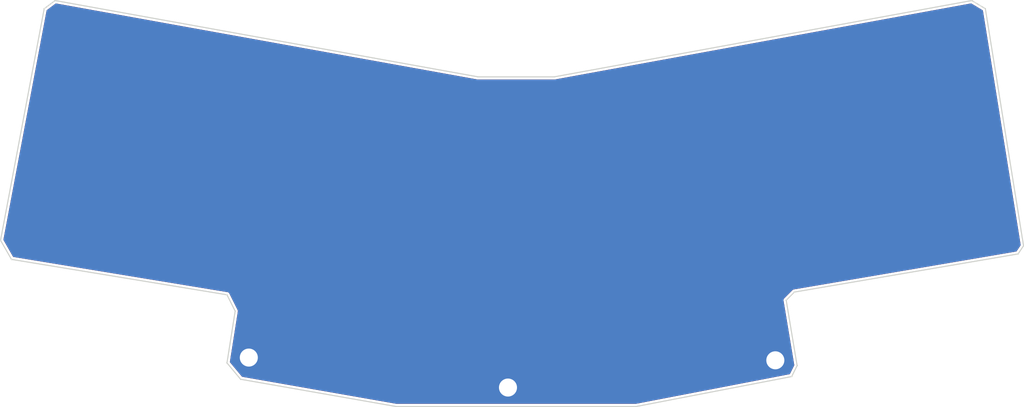
<source format=kicad_pcb>
(kicad_pcb (version 20171130) (host pcbnew 5.1.4)

  (general
    (thickness 1.6)
    (drawings 368)
    (tracks 0)
    (zones 0)
    (modules 3)
    (nets 1)
  )

  (page A4)
  (layers
    (0 F.Cu signal)
    (31 B.Cu signal)
    (32 B.Adhes user)
    (33 F.Adhes user)
    (34 B.Paste user)
    (35 F.Paste user)
    (36 B.SilkS user)
    (37 F.SilkS user)
    (38 B.Mask user)
    (39 F.Mask user)
    (40 Dwgs.User user)
    (41 Cmts.User user)
    (42 Eco1.User user)
    (43 Eco2.User user)
    (44 Edge.Cuts user)
    (45 Margin user)
    (46 B.CrtYd user)
    (47 F.CrtYd user)
    (48 B.Fab user)
    (49 F.Fab user)
  )

  (setup
    (last_trace_width 0.25)
    (trace_clearance 0.2)
    (zone_clearance 0.508)
    (zone_45_only no)
    (trace_min 0.2)
    (via_size 0.8)
    (via_drill 0.4)
    (via_min_size 0.4)
    (via_min_drill 0.3)
    (uvia_size 0.3)
    (uvia_drill 0.1)
    (uvias_allowed no)
    (uvia_min_size 0.2)
    (uvia_min_drill 0.1)
    (edge_width 0.05)
    (segment_width 0.2)
    (pcb_text_width 0.3)
    (pcb_text_size 1.5 1.5)
    (mod_edge_width 0.12)
    (mod_text_size 1 1)
    (mod_text_width 0.15)
    (pad_size 1.524 1.524)
    (pad_drill 0.762)
    (pad_to_mask_clearance 0.051)
    (solder_mask_min_width 0.25)
    (aux_axis_origin 0 0)
    (visible_elements FFFFF77F)
    (pcbplotparams
      (layerselection 0x010fc_ffffffff)
      (usegerberextensions false)
      (usegerberattributes false)
      (usegerberadvancedattributes false)
      (creategerberjobfile false)
      (excludeedgelayer true)
      (linewidth 0.100000)
      (plotframeref false)
      (viasonmask false)
      (mode 1)
      (useauxorigin false)
      (hpglpennumber 1)
      (hpglpenspeed 20)
      (hpglpendiameter 15.000000)
      (psnegative false)
      (psa4output false)
      (plotreference true)
      (plotvalue true)
      (plotinvisibletext false)
      (padsonsilk false)
      (subtractmaskfromsilk false)
      (outputformat 1)
      (mirror false)
      (drillshape 1)
      (scaleselection 1)
      (outputdirectory ""))
  )

  (net 0 "")

  (net_class Default "This is the default net class."
    (clearance 0.2)
    (trace_width 0.25)
    (via_dia 0.8)
    (via_drill 0.4)
    (uvia_dia 0.3)
    (uvia_drill 0.1)
  )

  (module kbd:M2_HOLE (layer F.Cu) (tedit 5CD83928) (tstamp 5F3BB57E)
    (at 211.455 130.81)
    (descr "Mounting Hole 2.2mm, no annular, M2")
    (tags "mounting hole 2.2mm no annular m2")
    (attr virtual)
    (fp_text reference Ref** (at -0.95 -0.55) (layer F.Fab) hide
      (effects (font (size 1 1) (thickness 0.15)))
    )
    (fp_text value Val** (at 0 0.55) (layer F.Fab) hide
      (effects (font (size 1 1) (thickness 0.15)))
    )
    (pad "" thru_hole circle (at 0 0) (size 6.5 6.5) (drill 4.2) (layers *.Cu *.Mask))
  )

  (module kbd:M2_HOLE (layer F.Cu) (tedit 5CD83928) (tstamp 5F3BB571)
    (at 149.225 137.16)
    (descr "Mounting Hole 2.2mm, no annular, M2")
    (tags "mounting hole 2.2mm no annular m2")
    (attr virtual)
    (fp_text reference Ref** (at -0.95 -0.55) (layer F.Fab) hide
      (effects (font (size 1 1) (thickness 0.15)))
    )
    (fp_text value Val** (at 0 0.55) (layer F.Fab) hide
      (effects (font (size 1 1) (thickness 0.15)))
    )
    (pad "" thru_hole circle (at 0 0) (size 6.5 6.5) (drill 4.2) (layers *.Cu *.Mask))
  )

  (module kbd:M2_HOLE (layer F.Cu) (tedit 5CD83928) (tstamp 5F3BB52C)
    (at 88.9 130.175)
    (descr "Mounting Hole 2.2mm, no annular, M2")
    (tags "mounting hole 2.2mm no annular m2")
    (attr virtual)
    (fp_text reference Ref** (at -0.95 -0.55) (layer F.Fab) hide
      (effects (font (size 1 1) (thickness 0.15)))
    )
    (fp_text value Val** (at 0 0.55) (layer F.Fab) hide
      (effects (font (size 1 1) (thickness 0.15)))
    )
    (pad "" thru_hole circle (at 0 0) (size 6.5 6.5) (drill 4.2) (layers *.Cu *.Mask))
  )

  (gr_line (start 41.2441 48.8674) (end 41.2446 48.8657) (layer Edge.Cuts) (width 0.2))
  (gr_line (start 41.2441 48.8681) (end 41.2441 48.8674) (layer Edge.Cuts) (width 0.2))
  (gr_line (start 269.258 104.1237) (end 269.257 104.1256) (layer Edge.Cuts) (width 0.2))
  (gr_line (start 267.985 106.0341) (end 267.984 106.0355) (layer Edge.Cuts) (width 0.2))
  (gr_line (start 269.255999 104.1282) (end 269.255 104.1289) (layer Edge.Cuts) (width 0.2))
  (gr_line (start 216.552 132.066) (end 216.551 132.068) (layer Edge.Cuts) (width 0.2))
  (gr_line (start 260.361 48.8524) (end 260.362 48.8532) (layer Edge.Cuts) (width 0.2))
  (gr_line (start 41.2447 48.8652) (end 41.2448 48.8645) (layer Edge.Cuts) (width 0.2))
  (gr_line (start 41.2446 48.8657) (end 41.2447 48.8652) (layer Edge.Cuts) (width 0.2))
  (gr_line (start 269.259 104.1209) (end 269.259 104.1213) (layer Edge.Cuts) (width 0.2))
  (gr_line (start 257.169 46.9409) (end 257.171 46.9411) (layer Edge.Cuts) (width 0.2))
  (gr_line (start 257.169 46.9409) (end 257.169 46.9409) (layer Edge.Cuts) (width 0.2))
  (gr_line (start 43.7934 46.9465) (end 43.7947 46.9454) (layer Edge.Cuts) (width 0.2))
  (gr_line (start 41.2554 48.8499) (end 43.7934 46.9465) (layer Edge.Cuts) (width 0.2))
  (gr_line (start 267.978 106.042) (end 267.976999 106.0423) (layer Edge.Cuts) (width 0.2))
  (gr_line (start 269.259 104.1169) (end 269.259 104.1189) (layer Edge.Cuts) (width 0.2))
  (gr_line (start 269.259 104.116) (end 269.259 104.1165) (layer Edge.Cuts) (width 0.2))
  (gr_line (start 215.281 134.608) (end 215.281 134.609) (layer Edge.Cuts) (width 0.2))
  (gr_line (start 83.789 131.42) (end 83.789 131.419) (layer Edge.Cuts) (width 0.2))
  (gr_line (start 83.7889 131.422) (end 83.789 131.42) (layer Edge.Cuts) (width 0.2))
  (gr_line (start 123.182 141.606) (end 123.181 141.606) (layer Edge.Cuts) (width 0.2))
  (gr_line (start 123.183 141.606) (end 123.182 141.606) (layer Edge.Cuts) (width 0.2))
  (gr_line (start 215.281 134.609) (end 215.28 134.61) (layer Edge.Cuts) (width 0.2))
  (gr_line (start 86.9773 135.253) (end 86.9764 135.253) (layer Edge.Cuts) (width 0.2))
  (gr_line (start 86.9787 135.254) (end 86.9773 135.253) (layer Edge.Cuts) (width 0.2))
  (gr_line (start 257.173 46.9413) (end 257.174 46.9414) (layer Edge.Cuts) (width 0.2))
  (gr_line (start 41.2453 48.8627) (end 41.2455 48.8622) (layer Edge.Cuts) (width 0.2))
  (gr_line (start 41.2448 48.8645) (end 41.2453 48.8627) (layer Edge.Cuts) (width 0.2))
  (gr_line (start 31.084 102.8453) (end 31.0839 102.8442) (layer Edge.Cuts) (width 0.2))
  (gr_line (start 31.0839 102.8463) (end 31.084 102.8453) (layer Edge.Cuts) (width 0.2))
  (gr_line (start 215.277 134.614) (end 215.276 134.614) (layer Edge.Cuts) (width 0.2))
  (gr_line (start 33.6318 107.3093) (end 33.631 107.3084) (layer Edge.Cuts) (width 0.2))
  (gr_line (start 33.6328 107.3101) (end 33.6318 107.3093) (layer Edge.Cuts) (width 0.2))
  (gr_line (start 31.0842 102.8428) (end 31.0842 102.8426) (layer Edge.Cuts) (width 0.2))
  (gr_line (start 31.0839 102.8442) (end 31.0842 102.8428) (layer Edge.Cuts) (width 0.2))
  (gr_line (start 257.18 46.9438) (end 257.181 46.9439) (layer Edge.Cuts) (width 0.2))
  (gr_line (start 215.282 134.605) (end 215.282 134.606) (layer Edge.Cuts) (width 0.2))
  (gr_line (start 267.981999 106.039) (end 267.981 106.0392) (layer Edge.Cuts) (width 0.2))
  (gr_line (start 215.274 134.616) (end 215.273 134.617) (layer Edge.Cuts) (width 0.2))
  (gr_line (start 123.183 141.606) (end 123.183 141.606) (layer Edge.Cuts) (width 0.2))
  (gr_line (start 123.185 141.606) (end 123.183 141.606) (layer Edge.Cuts) (width 0.2))
  (gr_line (start 215.278 134.613) (end 215.277 134.614) (layer Edge.Cuts) (width 0.2))
  (gr_line (start 257.181 46.9439) (end 257.181 46.9443) (layer Edge.Cuts) (width 0.2))
  (gr_line (start 215.282 134.606) (end 215.281 134.608) (layer Edge.Cuts) (width 0.2))
  (gr_line (start 41.248 48.8573) (end 41.2492 48.8558) (layer Edge.Cuts) (width 0.2))
  (gr_line (start 41.2477 48.8578) (end 41.248 48.8573) (layer Edge.Cuts) (width 0.2))
  (gr_line (start 269.259 104.1111) (end 269.259 104.1128) (layer Edge.Cuts) (width 0.2))
  (gr_line (start 83.8305 115.527) (end 83.8308 115.527) (layer Edge.Cuts) (width 0.2))
  (gr_line (start 83.8289 115.526) (end 83.8305 115.527) (layer Edge.Cuts) (width 0.2))
  (gr_line (start 43.8056 46.9412) (end 43.8076 46.9409) (layer Edge.Cuts) (width 0.2))
  (gr_line (start 43.8037 46.9415) (end 43.8056 46.9412) (layer Edge.Cuts) (width 0.2))
  (gr_line (start 41.253 48.8517) (end 41.2535 48.8514) (layer Edge.Cuts) (width 0.2))
  (gr_line (start 41.2525 48.8522) (end 41.253 48.8517) (layer Edge.Cuts) (width 0.2))
  (gr_line (start 216.554 132.053) (end 216.554 132.055) (layer Edge.Cuts) (width 0.2))
  (gr_line (start 269.255 104.1289) (end 269.255 104.1292) (layer Edge.Cuts) (width 0.2))
  (gr_line (start 267.974999 106.0432) (end 267.974 106.0442) (layer Edge.Cuts) (width 0.2))
  (gr_line (start 267.98 106.0406) (end 267.978 106.0419) (layer Edge.Cuts) (width 0.2))
  (gr_line (start 269.207999 104.1103) (end 260.321 48.8865) (layer Edge.Cuts) (width 0.2))
  (gr_line (start 267.949 105.9982) (end 269.207999 104.1103) (layer Edge.Cuts) (width 0.2))
  (gr_line (start 43.8142 46.9415) (end 142.236 64.721) (layer Edge.Cuts) (width 0.2))
  (gr_line (start 43.8126 46.9411) (end 43.8142 46.9415) (layer Edge.Cuts) (width 0.2))
  (gr_line (start 85.7433 119.35) (end 85.7434 119.35) (layer Edge.Cuts) (width 0.2))
  (gr_line (start 85.7432 119.349) (end 85.7433 119.35) (layer Edge.Cuts) (width 0.2))
  (gr_line (start 31.0844 102.8416) (end 31.0848 102.8394) (layer Edge.Cuts) (width 0.2))
  (gr_line (start 31.0842 102.8426) (end 31.0844 102.8416) (layer Edge.Cuts) (width 0.2))
  (gr_line (start 83.7929 131.434) (end 83.7919 131.433) (layer Edge.Cuts) (width 0.2))
  (gr_line (start 83.7937 131.436) (end 83.7929 131.434) (layer Edge.Cuts) (width 0.2))
  (gr_line (start 85.7436 119.361) (end 83.8405 131.414) (layer Edge.Cuts) (width 0.2))
  (gr_line (start 85.7439 119.359) (end 85.7436 119.361) (layer Edge.Cuts) (width 0.2))
  (gr_line (start 160.012 64.721) (end 257.163 46.9418) (layer Edge.Cuts) (width 0.2))
  (gr_line (start 142.236 64.721) (end 160.012 64.721) (layer Edge.Cuts) (width 0.2))
  (gr_line (start 213.972 116.798) (end 213.972 116.797) (layer Edge.Cuts) (width 0.2))
  (gr_line (start 213.971 116.799) (end 213.972 116.798) (layer Edge.Cuts) (width 0.2))
  (gr_line (start 142.228 64.7703) (end 43.8153 46.9925) (layer Edge.Cuts) (width 0.2))
  (gr_line (start 142.229 64.7706) (end 142.228 64.7703) (layer Edge.Cuts) (width 0.2))
  (gr_line (start 257.184 46.9456) (end 260.357 48.8495) (layer Edge.Cuts) (width 0.2))
  (gr_line (start 83.8344 115.531) (end 83.8354 115.533) (layer Edge.Cuts) (width 0.2))
  (gr_line (start 83.8341 115.531) (end 83.8344 115.531) (layer Edge.Cuts) (width 0.2))
  (gr_line (start 33.6279 107.3045) (end 33.6272 107.3032) (layer Edge.Cuts) (width 0.2))
  (gr_line (start 33.6279 107.3045) (end 33.6279 107.3045) (layer Edge.Cuts) (width 0.2))
  (gr_line (start 31.084 102.8477) (end 31.0839 102.8463) (layer Edge.Cuts) (width 0.2))
  (gr_line (start 31.0841 102.8492) (end 31.084 102.8477) (layer Edge.Cuts) (width 0.2))
  (gr_line (start 213.964 116.815) (end 213.964 116.813) (layer Edge.Cuts) (width 0.2))
  (gr_line (start 213.964 116.816) (end 213.964 116.815) (layer Edge.Cuts) (width 0.2))
  (gr_line (start 215.27 134.618) (end 215.268 134.619) (layer Edge.Cuts) (width 0.2))
  (gr_line (start 260.359 48.8506) (end 260.36 48.8516) (layer Edge.Cuts) (width 0.2))
  (gr_line (start 257.163 46.9416) (end 257.165 46.9413) (layer Edge.Cuts) (width 0.2))
  (gr_line (start 257.163 46.9418) (end 257.163 46.9416) (layer Edge.Cuts) (width 0.2))
  (gr_line (start 43.7964 46.9444) (end 43.7981 46.9433) (layer Edge.Cuts) (width 0.2))
  (gr_line (start 43.7947 46.9454) (end 43.7964 46.9444) (layer Edge.Cuts) (width 0.2))
  (gr_line (start 215.885 114.888) (end 215.885 114.888) (layer Edge.Cuts) (width 0.2))
  (gr_line (start 215.884 114.888) (end 215.885 114.888) (layer Edge.Cuts) (width 0.2))
  (gr_line (start 216.554 132.055) (end 216.554 132.057) (layer Edge.Cuts) (width 0.2))
  (gr_line (start 31.0843 102.8502) (end 31.0841 102.8492) (layer Edge.Cuts) (width 0.2))
  (gr_line (start 31.0844 102.8512) (end 31.0843 102.8502) (layer Edge.Cuts) (width 0.2))
  (gr_line (start 260.362 48.8532) (end 260.362 48.8539) (layer Edge.Cuts) (width 0.2))
  (gr_line (start 213.97 116.799) (end 213.971 116.799) (layer Edge.Cuts) (width 0.2))
  (gr_line (start 213.97 116.8) (end 213.97 116.799) (layer Edge.Cuts) (width 0.2))
  (gr_line (start 267.973 106.0445) (end 267.971 106.045) (layer Edge.Cuts) (width 0.2))
  (gr_line (start 215.268 134.619) (end 215.267 134.62) (layer Edge.Cuts) (width 0.2))
  (gr_line (start 215.268 134.619) (end 215.268 134.619) (layer Edge.Cuts) (width 0.2))
  (gr_line (start 33.6648 107.2683) (end 83.8164 115.521) (layer Edge.Cuts) (width 0.2))
  (gr_line (start 31.1353 102.8416) (end 33.6648 107.2683) (layer Edge.Cuts) (width 0.2))
  (gr_line (start 260.368 48.8649) (end 260.369 48.8672) (layer Edge.Cuts) (width 0.2))
  (gr_line (start 31.0866 102.8571) (end 31.0859 102.8559) (layer Edge.Cuts) (width 0.2))
  (gr_line (start 31.0867 102.8573) (end 31.0866 102.8571) (layer Edge.Cuts) (width 0.2))
  (gr_line (start 41.2457 48.8616) (end 41.2466 48.8599) (layer Edge.Cuts) (width 0.2))
  (gr_line (start 41.2455 48.8622) (end 41.2457 48.8616) (layer Edge.Cuts) (width 0.2))
  (gr_line (start 260.368 48.8636) (end 260.368 48.8649) (layer Edge.Cuts) (width 0.2))
  (gr_line (start 43.8105 46.941) (end 43.8126 46.9411) (layer Edge.Cuts) (width 0.2))
  (gr_line (start 43.8086 46.9409) (end 43.8105 46.941) (layer Edge.Cuts) (width 0.2))
  (gr_line (start 43.8009 46.9424) (end 43.8028 46.9417) (layer Edge.Cuts) (width 0.2))
  (gr_line (start 43.799 46.943) (end 43.8009 46.9424) (layer Edge.Cuts) (width 0.2))
  (gr_line (start 83.8358 115.534) (end 83.836 115.534) (layer Edge.Cuts) (width 0.2))
  (gr_line (start 83.8354 115.533) (end 83.8358 115.534) (layer Edge.Cuts) (width 0.2))
  (gr_line (start 43.8081 46.9409) (end 43.8086 46.9409) (layer Edge.Cuts) (width 0.2))
  (gr_line (start 43.8076 46.9409) (end 43.8081 46.9409) (layer Edge.Cuts) (width 0.2))
  (gr_line (start 215.281 134.608) (end 215.281 134.608) (layer Edge.Cuts) (width 0.2))
  (gr_line (start 41.2918 48.8852) (end 31.1353 102.8416) (layer Edge.Cuts) (width 0.2))
  (gr_line (start 43.8153 46.9925) (end 41.2918 48.8852) (layer Edge.Cuts) (width 0.2))
  (gr_line (start 83.8193 115.522) (end 83.82 115.522) (layer Edge.Cuts) (width 0.2))
  (gr_line (start 83.8188 115.521) (end 83.8193 115.522) (layer Edge.Cuts) (width 0.2))
  (gr_line (start 83.8228 115.522) (end 83.8246 115.523) (layer Edge.Cuts) (width 0.2))
  (gr_line (start 83.8224 115.522) (end 83.8228 115.522) (layer Edge.Cuts) (width 0.2))
  (gr_line (start 31.0856 102.8549) (end 31.0852 102.854) (layer Edge.Cuts) (width 0.2))
  (gr_line (start 31.0859 102.8559) (end 31.0856 102.8549) (layer Edge.Cuts) (width 0.2))
  (gr_line (start 213.964 116.816) (end 213.964 116.816) (layer Edge.Cuts) (width 0.2))
  (gr_line (start 213.964 116.818) (end 213.964 116.816) (layer Edge.Cuts) (width 0.2))
  (gr_line (start 142.233 64.771) (end 142.233 64.771) (layer Edge.Cuts) (width 0.2))
  (gr_line (start 142.234 64.7711) (end 142.233 64.771) (layer Edge.Cuts) (width 0.2))
  (gr_line (start 215.279 134.611) (end 215.278 134.613) (layer Edge.Cuts) (width 0.2))
  (gr_line (start 257.181 46.9443) (end 257.183 46.9453) (layer Edge.Cuts) (width 0.2))
  (gr_line (start 216.554 132.057) (end 216.554 132.057) (layer Edge.Cuts) (width 0.2))
  (gr_line (start 179.064 141.606) (end 179.063 141.606) (layer Edge.Cuts) (width 0.2))
  (gr_line (start 179.065 141.606) (end 179.064 141.606) (layer Edge.Cuts) (width 0.2))
  (gr_line (start 257.176 46.942) (end 257.177 46.9424) (layer Edge.Cuts) (width 0.2))
  (gr_line (start 142.232 64.7709) (end 142.231 64.7708) (layer Edge.Cuts) (width 0.2))
  (gr_line (start 142.233 64.771) (end 142.232 64.7709) (layer Edge.Cuts) (width 0.2))
  (gr_line (start 142.231 64.7708) (end 142.229 64.7706) (layer Edge.Cuts) (width 0.2))
  (gr_line (start 142.231 64.7708) (end 142.231 64.7708) (layer Edge.Cuts) (width 0.2))
  (gr_line (start 179.062 141.555999) (end 215.242 134.574) (layer Edge.Cuts) (width 0.2))
  (gr_line (start 123.186 141.555999) (end 179.062 141.555999) (layer Edge.Cuts) (width 0.2))
  (gr_line (start 31.0849 102.8525) (end 31.0844 102.8512) (layer Edge.Cuts) (width 0.2))
  (gr_line (start 31.0852 102.854) (end 31.0849 102.8525) (layer Edge.Cuts) (width 0.2))
  (gr_line (start 33.6402 107.3145) (end 33.639 107.3139) (layer Edge.Cuts) (width 0.2))
  (gr_line (start 33.6413 107.3148) (end 33.6402 107.3145) (layer Edge.Cuts) (width 0.2))
  (gr_line (start 31.0848 102.8392) (end 41.2441 48.8681) (layer Edge.Cuts) (width 0.2))
  (gr_line (start 31.0848 102.8394) (end 31.0848 102.8392) (layer Edge.Cuts) (width 0.2))
  (gr_line (start 86.9716 135.249) (end 86.9707 135.248) (layer Edge.Cuts) (width 0.2))
  (gr_line (start 86.9725 135.25) (end 86.9716 135.249) (layer Edge.Cuts) (width 0.2))
  (gr_line (start 267.976999 106.0423) (end 267.974999 106.0432) (layer Edge.Cuts) (width 0.2))
  (gr_line (start 260.368 48.8622) (end 260.368 48.8636) (layer Edge.Cuts) (width 0.2))
  (gr_line (start 215.88 114.89) (end 215.881 114.89) (layer Edge.Cuts) (width 0.2))
  (gr_line (start 215.88 114.89) (end 215.88 114.89) (layer Edge.Cuts) (width 0.2))
  (gr_line (start 33.6472 107.3161) (end 33.6449 107.3157) (layer Edge.Cuts) (width 0.2))
  (gr_line (start 33.6473 107.3161) (end 33.6472 107.3161) (layer Edge.Cuts) (width 0.2))
  (gr_line (start 43.7986 46.9432) (end 43.799 46.943) (layer Edge.Cuts) (width 0.2))
  (gr_line (start 43.7981 46.9433) (end 43.7986 46.9432) (layer Edge.Cuts) (width 0.2))
  (gr_line (start 213.964 116.811) (end 213.964 116.811) (layer Edge.Cuts) (width 0.2))
  (gr_line (start 213.964 116.813) (end 213.964 116.811) (layer Edge.Cuts) (width 0.2))
  (gr_line (start 269.259 104.1128) (end 269.259 104.1132) (layer Edge.Cuts) (width 0.2))
  (gr_line (start 216.554 132.06) (end 216.553 132.062) (layer Edge.Cuts) (width 0.2))
  (gr_line (start 260.363 48.855) (end 260.364 48.856) (layer Edge.Cuts) (width 0.2))
  (gr_line (start 83.8264 115.524) (end 83.8268 115.524) (layer Edge.Cuts) (width 0.2))
  (gr_line (start 83.8246 115.523) (end 83.8264 115.524) (layer Edge.Cuts) (width 0.2))
  (gr_line (start 267.981 106.0392) (end 267.98 106.0406) (layer Edge.Cuts) (width 0.2))
  (gr_line (start 83.795 131.437) (end 83.7937 131.436) (layer Edge.Cuts) (width 0.2))
  (gr_line (start 86.9683 135.245) (end 83.795 131.437) (layer Edge.Cuts) (width 0.2))
  (gr_line (start 213.964 116.819) (end 213.964 116.818) (layer Edge.Cuts) (width 0.2))
  (gr_line (start 213.964 116.819) (end 213.964 116.819) (layer Edge.Cuts) (width 0.2))
  (gr_line (start 260.365 48.857) (end 260.365 48.8578) (layer Edge.Cuts) (width 0.2))
  (gr_line (start 260.365 48.8578) (end 260.366 48.8591) (layer Edge.Cuts) (width 0.2))
  (gr_line (start 257.173 46.9412) (end 257.173 46.9413) (layer Edge.Cuts) (width 0.2))
  (gr_line (start 215.882 114.889) (end 215.884 114.888) (layer Edge.Cuts) (width 0.2))
  (gr_line (start 215.881 114.89) (end 215.882 114.889) (layer Edge.Cuts) (width 0.2))
  (gr_line (start 83.8369 115.536) (end 83.8371 115.536) (layer Edge.Cuts) (width 0.2))
  (gr_line (start 83.836 115.534) (end 83.8369 115.536) (layer Edge.Cuts) (width 0.2))
  (gr_line (start 215.878 114.891) (end 215.88 114.89) (layer Edge.Cuts) (width 0.2))
  (gr_line (start 215.877 114.893) (end 215.878 114.891) (layer Edge.Cuts) (width 0.2))
  (gr_line (start 216.553 132.062) (end 216.553 132.063) (layer Edge.Cuts) (width 0.2))
  (gr_line (start 160.015 64.771) (end 160.015 64.771) (layer Edge.Cuts) (width 0.2))
  (gr_line (start 160.016 64.7709) (end 160.015 64.771) (layer Edge.Cuts) (width 0.2))
  (gr_line (start 86.9706 135.248) (end 86.9699 135.247) (layer Edge.Cuts) (width 0.2))
  (gr_line (start 86.9707 135.248) (end 86.9706 135.248) (layer Edge.Cuts) (width 0.2))
  (gr_line (start 160.019 64.7706) (end 160.017 64.7708) (layer Edge.Cuts) (width 0.2))
  (gr_line (start 160.02 64.7703) (end 160.019 64.7706) (layer Edge.Cuts) (width 0.2))
  (gr_line (start 260.369 48.8672) (end 269.258 104.1104) (layer Edge.Cuts) (width 0.2))
  (gr_line (start 216.553 132.062) (end 216.553 132.062) (layer Edge.Cuts) (width 0.2))
  (gr_line (start 87.0023 135.208) (end 123.186 141.555999) (layer Edge.Cuts) (width 0.2))
  (gr_line (start 83.8405 131.414) (end 87.0023 135.208) (layer Edge.Cuts) (width 0.2))
  (gr_line (start 83.8273 115.525) (end 83.8289 115.526) (layer Edge.Cuts) (width 0.2))
  (gr_line (start 83.8268 115.524) (end 83.8273 115.525) (layer Edge.Cuts) (width 0.2))
  (gr_line (start 269.255 104.1292) (end 269.254 104.1307) (layer Edge.Cuts) (width 0.2))
  (gr_line (start 215.276 134.614) (end 215.275 134.615) (layer Edge.Cuts) (width 0.2))
  (gr_line (start 31.0884 102.8603) (end 31.0883 102.8602) (layer Edge.Cuts) (width 0.2))
  (gr_line (start 33.6261 107.3013) (end 31.0884 102.8603) (layer Edge.Cuts) (width 0.2))
  (gr_line (start 33.6357 107.3123) (end 33.6347 107.3116) (layer Edge.Cuts) (width 0.2))
  (gr_line (start 33.6368 107.3129) (end 33.6357 107.3123) (layer Edge.Cuts) (width 0.2))
  (gr_line (start 257.179 46.9429) (end 257.18 46.9438) (layer Edge.Cuts) (width 0.2))
  (gr_line (start 179.065 141.606) (end 179.065 141.606) (layer Edge.Cuts) (width 0.2))
  (gr_line (start 179.067 141.606) (end 179.065 141.606) (layer Edge.Cuts) (width 0.2))
  (gr_line (start 267.973 106.0443) (end 267.973 106.0445) (layer Edge.Cuts) (width 0.2))
  (gr_line (start 269.258 104.1218) (end 269.258 104.1237) (layer Edge.Cuts) (width 0.2))
  (gr_line (start 215.264 134.62) (end 215.262 134.621) (layer Edge.Cuts) (width 0.2))
  (gr_line (start 215.265 134.62) (end 215.264 134.62) (layer Edge.Cuts) (width 0.2))
  (gr_line (start 86.9732 135.251) (end 86.9725 135.25) (layer Edge.Cuts) (width 0.2))
  (gr_line (start 86.9744 135.251) (end 86.9732 135.251) (layer Edge.Cuts) (width 0.2))
  (gr_line (start 33.6437 107.3155) (end 33.6437 107.3155) (layer Edge.Cuts) (width 0.2))
  (gr_line (start 33.6449 107.3157) (end 33.6437 107.3155) (layer Edge.Cuts) (width 0.2))
  (gr_line (start 85.744 119.355) (end 85.7441 119.355) (layer Edge.Cuts) (width 0.2))
  (gr_line (start 85.7441 119.354) (end 85.744 119.355) (layer Edge.Cuts) (width 0.2))
  (gr_line (start 41.2548 48.8503) (end 41.2554 48.8499) (layer Edge.Cuts) (width 0.2))
  (gr_line (start 41.2535 48.8514) (end 41.2548 48.8503) (layer Edge.Cuts) (width 0.2))
  (gr_line (start 33.6378 107.3135) (end 33.6368 107.3129) (layer Edge.Cuts) (width 0.2))
  (gr_line (start 33.639 107.3139) (end 33.6378 107.3135) (layer Edge.Cuts) (width 0.2))
  (gr_line (start 216.554 132.057) (end 216.554 132.058) (layer Edge.Cuts) (width 0.2))
  (gr_line (start 33.6424 107.3152) (end 33.6413 107.3148) (layer Edge.Cuts) (width 0.2))
  (gr_line (start 33.6437 107.3155) (end 33.6424 107.3152) (layer Edge.Cuts) (width 0.2))
  (gr_line (start 267.974 106.0442) (end 267.973 106.0443) (layer Edge.Cuts) (width 0.2))
  (gr_line (start 216.553 132.064) (end 216.552 132.066) (layer Edge.Cuts) (width 0.2))
  (gr_line (start 267.983 106.0371) (end 267.981999 106.0387) (layer Edge.Cuts) (width 0.2))
  (gr_line (start 269.259 104.1132) (end 269.259 104.114) (layer Edge.Cuts) (width 0.2))
  (gr_line (start 213.969 116.801) (end 213.97 116.8) (layer Edge.Cuts) (width 0.2))
  (gr_line (start 213.968 116.802) (end 213.969 116.801) (layer Edge.Cuts) (width 0.2))
  (gr_line (start 213.966 116.806) (end 213.967 116.804) (layer Edge.Cuts) (width 0.2))
  (gr_line (start 213.966 116.806) (end 213.966 116.806) (layer Edge.Cuts) (width 0.2))
  (gr_line (start 215.271 134.618) (end 215.27 134.618) (layer Edge.Cuts) (width 0.2))
  (gr_line (start 215.906 114.934) (end 214.016 116.825) (layer Edge.Cuts) (width 0.2))
  (gr_line (start 215.28 134.61) (end 215.279 134.611) (layer Edge.Cuts) (width 0.2))
  (gr_line (start 267.967 106.0458) (end 215.906 114.934) (layer Edge.Cuts) (width 0.2))
  (gr_line (start 86.9684 135.245) (end 86.9683 135.245) (layer Edge.Cuts) (width 0.2))
  (gr_line (start 86.9699 135.247) (end 86.9684 135.245) (layer Edge.Cuts) (width 0.2))
  (gr_line (start 83.8219 115.522) (end 83.8224 115.522) (layer Edge.Cuts) (width 0.2))
  (gr_line (start 83.82 115.522) (end 83.8219 115.522) (layer Edge.Cuts) (width 0.2))
  (gr_line (start 33.63 107.3075) (end 33.6294 107.3065) (layer Edge.Cuts) (width 0.2))
  (gr_line (start 33.631 107.3084) (end 33.63 107.3075) (layer Edge.Cuts) (width 0.2))
  (gr_line (start 160.017 64.7708) (end 160.016 64.7709) (layer Edge.Cuts) (width 0.2))
  (gr_line (start 160.017 64.7708) (end 160.017 64.7708) (layer Edge.Cuts) (width 0.2))
  (gr_line (start 83.7973 115.569) (end 33.6473 107.3161) (layer Edge.Cuts) (width 0.2))
  (gr_line (start 85.6931 119.36) (end 83.7973 115.569) (layer Edge.Cuts) (width 0.2))
  (gr_line (start 257.166 46.9412) (end 257.166 46.9412) (layer Edge.Cuts) (width 0.2))
  (gr_line (start 257.165 46.9413) (end 257.166 46.9412) (layer Edge.Cuts) (width 0.2))
  (gr_line (start 267.971 106.045) (end 267.969 106.0456) (layer Edge.Cuts) (width 0.2))
  (gr_line (start 260.367 48.8603) (end 260.367 48.8613) (layer Edge.Cuts) (width 0.2))
  (gr_line (start 86.9819 135.255) (end 86.9809 135.255) (layer Edge.Cuts) (width 0.2))
  (gr_line (start 86.9833 135.255) (end 86.9819 135.255) (layer Edge.Cuts) (width 0.2))
  (gr_line (start 269.259 104.114) (end 269.259 104.116) (layer Edge.Cuts) (width 0.2))
  (gr_line (start 267.969 106.0456) (end 267.967 106.0458) (layer Edge.Cuts) (width 0.2))
  (gr_line (start 269.258 104.1104) (end 269.259 104.1111) (layer Edge.Cuts) (width 0.2))
  (gr_line (start 83.8312 115.528) (end 83.8325 115.529) (layer Edge.Cuts) (width 0.2))
  (gr_line (start 83.8308 115.527) (end 83.8312 115.528) (layer Edge.Cuts) (width 0.2))
  (gr_line (start 179.068 141.606) (end 179.067 141.606) (layer Edge.Cuts) (width 0.2))
  (gr_line (start 179.068 141.606) (end 179.068 141.606) (layer Edge.Cuts) (width 0.2))
  (gr_line (start 215.273 134.617) (end 215.272 134.617) (layer Edge.Cuts) (width 0.2))
  (gr_line (start 267.978 106.0419) (end 267.978 106.042) (layer Edge.Cuts) (width 0.2))
  (gr_line (start 83.7899 131.428) (end 83.7896 131.427) (layer Edge.Cuts) (width 0.2))
  (gr_line (start 83.79 131.428) (end 83.7899 131.428) (layer Edge.Cuts) (width 0.2))
  (gr_line (start 257.174 46.9414) (end 257.176 46.942) (layer Edge.Cuts) (width 0.2))
  (gr_line (start 216.553 132.063) (end 216.553 132.064) (layer Edge.Cuts) (width 0.2))
  (gr_line (start 160.014 64.7711) (end 160.013 64.771) (layer Edge.Cuts) (width 0.2))
  (gr_line (start 160.015 64.771) (end 160.014 64.7711) (layer Edge.Cuts) (width 0.2))
  (gr_line (start 213.966 116.806) (end 213.966 116.806) (layer Edge.Cuts) (width 0.2))
  (gr_line (start 213.965 116.808) (end 213.966 116.806) (layer Edge.Cuts) (width 0.2))
  (gr_line (start 269.257 104.1256) (end 269.257 104.126) (layer Edge.Cuts) (width 0.2))
  (gr_line (start 85.744 119.357) (end 85.7439 119.359) (layer Edge.Cuts) (width 0.2))
  (gr_line (start 85.7441 119.355) (end 85.744 119.357) (layer Edge.Cuts) (width 0.2))
  (gr_line (start 269.259 104.1189) (end 269.259 104.1209) (layer Edge.Cuts) (width 0.2))
  (gr_line (start 260.367 48.8613) (end 260.368 48.8622) (layer Edge.Cuts) (width 0.2))
  (gr_line (start 216.554 132.051) (end 216.554 132.053) (layer Edge.Cuts) (width 0.2))
  (gr_line (start 260.366 48.8591) (end 260.367 48.8603) (layer Edge.Cuts) (width 0.2))
  (gr_line (start 215.265 134.62) (end 215.265 134.62) (layer Edge.Cuts) (width 0.2))
  (gr_line (start 215.267 134.62) (end 215.265 134.62) (layer Edge.Cuts) (width 0.2))
  (gr_line (start 123.185 141.606) (end 123.185 141.606) (layer Edge.Cuts) (width 0.2))
  (gr_line (start 179.063 141.606) (end 123.185 141.606) (layer Edge.Cuts) (width 0.2))
  (gr_line (start 213.965 116.81) (end 213.965 116.808) (layer Edge.Cuts) (width 0.2))
  (gr_line (start 213.964 116.811) (end 213.965 116.81) (layer Edge.Cuts) (width 0.2))
  (gr_line (start 215.887 114.887) (end 215.889 114.886) (layer Edge.Cuts) (width 0.2))
  (gr_line (start 215.885 114.888) (end 215.887 114.887) (layer Edge.Cuts) (width 0.2))
  (gr_line (start 215.272 134.617) (end 215.271 134.618) (layer Edge.Cuts) (width 0.2))
  (gr_line (start 257.177 46.9424) (end 257.178 46.9427) (layer Edge.Cuts) (width 0.2))
  (gr_line (start 214.016 116.825) (end 216.554 132.051) (layer Edge.Cuts) (width 0.2))
  (gr_line (start 41.2503 48.8542) (end 41.2507 48.8539) (layer Edge.Cuts) (width 0.2))
  (gr_line (start 41.2492 48.8558) (end 41.2503 48.8542) (layer Edge.Cuts) (width 0.2))
  (gr_line (start 41.2511 48.8534) (end 41.2525 48.8522) (layer Edge.Cuts) (width 0.2))
  (gr_line (start 41.2507 48.8539) (end 41.2511 48.8534) (layer Edge.Cuts) (width 0.2))
  (gr_line (start 269.257 104.126) (end 269.257 104.1265) (layer Edge.Cuts) (width 0.2))
  (gr_line (start 83.7894 131.425) (end 83.789 131.424) (layer Edge.Cuts) (width 0.2))
  (gr_line (start 83.7896 131.427) (end 83.7894 131.425) (layer Edge.Cuts) (width 0.2))
  (gr_line (start 86.9755 135.252) (end 86.9744 135.251) (layer Edge.Cuts) (width 0.2))
  (gr_line (start 86.9764 135.253) (end 86.9755 135.252) (layer Edge.Cuts) (width 0.2))
  (gr_line (start 257.164 46.9923) (end 160.02 64.7703) (layer Edge.Cuts) (width 0.2))
  (gr_line (start 260.321 48.8865) (end 257.164 46.9923) (layer Edge.Cuts) (width 0.2))
  (gr_line (start 86.9835 135.255) (end 86.9833 135.255) (layer Edge.Cuts) (width 0.2))
  (gr_line (start 86.9845 135.256) (end 86.9835 135.255) (layer Edge.Cuts) (width 0.2))
  (gr_line (start 257.178 46.9427) (end 257.179 46.9429) (layer Edge.Cuts) (width 0.2))
  (gr_line (start 33.6286 107.3056) (end 33.6279 107.3045) (layer Edge.Cuts) (width 0.2))
  (gr_line (start 33.6294 107.3065) (end 33.6286 107.3056) (layer Edge.Cuts) (width 0.2))
  (gr_line (start 83.7916 131.432) (end 83.7912 131.432) (layer Edge.Cuts) (width 0.2))
  (gr_line (start 83.7919 131.433) (end 83.7916 131.432) (layer Edge.Cuts) (width 0.2))
  (gr_line (start 269.257 104.1265) (end 269.255999 104.1282) (layer Edge.Cuts) (width 0.2))
  (gr_line (start 123.178 141.605) (end 86.9869 135.256) (layer Edge.Cuts) (width 0.2))
  (gr_line (start 123.179 141.606) (end 123.178 141.605) (layer Edge.Cuts) (width 0.2))
  (gr_line (start 269.254 104.1307) (end 269.254 104.1313) (layer Edge.Cuts) (width 0.2))
  (gr_line (start 257.183 46.9453) (end 257.184 46.9456) (layer Edge.Cuts) (width 0.2))
  (gr_line (start 86.9799 135.254) (end 86.9787 135.254) (layer Edge.Cuts) (width 0.2))
  (gr_line (start 86.9809 135.255) (end 86.9799 135.254) (layer Edge.Cuts) (width 0.2))
  (gr_line (start 85.7437 119.352) (end 85.7441 119.354) (layer Edge.Cuts) (width 0.2))
  (gr_line (start 85.7434 119.35) (end 85.7437 119.352) (layer Edge.Cuts) (width 0.2))
  (gr_line (start 123.181 141.606) (end 123.179 141.606) (layer Edge.Cuts) (width 0.2))
  (gr_line (start 123.181 141.606) (end 123.181 141.606) (layer Edge.Cuts) (width 0.2))
  (gr_line (start 213.968 116.802) (end 213.968 116.802) (layer Edge.Cuts) (width 0.2))
  (gr_line (start 213.967 116.804) (end 213.968 116.802) (layer Edge.Cuts) (width 0.2))
  (gr_line (start 215.275 134.615) (end 215.274 134.616) (layer Edge.Cuts) (width 0.2))
  (gr_line (start 86.9867 135.256) (end 86.9845 135.256) (layer Edge.Cuts) (width 0.2))
  (gr_line (start 86.9869 135.256) (end 86.9867 135.256) (layer Edge.Cuts) (width 0.2))
  (gr_line (start 213.964 116.821) (end 213.964 116.819) (layer Edge.Cuts) (width 0.2))
  (gr_line (start 213.965 116.822) (end 213.964 116.821) (layer Edge.Cuts) (width 0.2))
  (gr_line (start 31.0872 102.8582) (end 31.0867 102.8573) (layer Edge.Cuts) (width 0.2))
  (gr_line (start 31.0883 102.8602) (end 31.0872 102.8582) (layer Edge.Cuts) (width 0.2))
  (gr_line (start 83.7907 131.43) (end 83.79 131.428) (layer Edge.Cuts) (width 0.2))
  (gr_line (start 83.7912 131.432) (end 83.7907 131.43) (layer Edge.Cuts) (width 0.2))
  (gr_line (start 260.36 48.8516) (end 260.361 48.8524) (layer Edge.Cuts) (width 0.2))
  (gr_line (start 269.259 104.1165) (end 269.259 104.1169) (layer Edge.Cuts) (width 0.2))
  (gr_line (start 267.984 106.0355) (end 267.983 106.0371) (layer Edge.Cuts) (width 0.2))
  (gr_line (start 43.8032 46.9416) (end 43.8037 46.9415) (layer Edge.Cuts) (width 0.2))
  (gr_line (start 43.8028 46.9417) (end 43.8032 46.9416) (layer Edge.Cuts) (width 0.2))
  (gr_line (start 216.554 132.058) (end 216.554 132.06) (layer Edge.Cuts) (width 0.2))
  (gr_line (start 215.891 114.886) (end 267.949 105.9982) (layer Edge.Cuts) (width 0.2))
  (gr_line (start 215.889 114.886) (end 215.891 114.886) (layer Edge.Cuts) (width 0.2))
  (gr_line (start 269.259 104.1213) (end 269.258 104.1218) (layer Edge.Cuts) (width 0.2))
  (gr_line (start 83.8338 115.531) (end 83.8341 115.531) (layer Edge.Cuts) (width 0.2))
  (gr_line (start 83.8325 115.529) (end 83.8338 115.531) (layer Edge.Cuts) (width 0.2))
  (gr_line (start 216.503 132.052) (end 213.965 116.822) (layer Edge.Cuts) (width 0.2))
  (gr_line (start 215.242 134.574) (end 216.503 132.052) (layer Edge.Cuts) (width 0.2))
  (gr_line (start 33.6336 107.3109) (end 33.6328 107.3101) (layer Edge.Cuts) (width 0.2))
  (gr_line (start 33.6347 107.3116) (end 33.6336 107.3109) (layer Edge.Cuts) (width 0.2))
  (gr_line (start 215.876 114.894) (end 215.877 114.893) (layer Edge.Cuts) (width 0.2))
  (gr_line (start 213.972 116.797) (end 215.876 114.894) (layer Edge.Cuts) (width 0.2))
  (gr_line (start 83.8171 115.521) (end 83.8188 115.521) (layer Edge.Cuts) (width 0.2))
  (gr_line (start 83.8164 115.521) (end 83.8171 115.521) (layer Edge.Cuts) (width 0.2))
  (gr_line (start 85.741 119.344) (end 85.7418 119.345) (layer Edge.Cuts) (width 0.2))
  (gr_line (start 83.8371 115.536) (end 85.741 119.344) (layer Edge.Cuts) (width 0.2))
  (gr_line (start 260.364 48.856) (end 260.365 48.857) (layer Edge.Cuts) (width 0.2))
  (gr_line (start 260.357 48.8495) (end 260.359 48.8506) (layer Edge.Cuts) (width 0.2))
  (gr_line (start 83.789 131.423) (end 83.7889 131.422) (layer Edge.Cuts) (width 0.2))
  (gr_line (start 83.789 131.424) (end 83.789 131.423) (layer Edge.Cuts) (width 0.2))
  (gr_line (start 33.6261 107.3014) (end 33.6261 107.3013) (layer Edge.Cuts) (width 0.2))
  (gr_line (start 33.6272 107.3032) (end 33.6261 107.3014) (layer Edge.Cuts) (width 0.2))
  (gr_line (start 215.279 134.611) (end 215.279 134.611) (layer Edge.Cuts) (width 0.2))
  (gr_line (start 257.168 46.9409) (end 257.169 46.9409) (layer Edge.Cuts) (width 0.2))
  (gr_line (start 257.166 46.9412) (end 257.168 46.9409) (layer Edge.Cuts) (width 0.2))
  (gr_line (start 257.171 46.9411) (end 257.173 46.9412) (layer Edge.Cuts) (width 0.2))
  (gr_line (start 260.362 48.8539) (end 260.363 48.855) (layer Edge.Cuts) (width 0.2))
  (gr_line (start 142.235 64.771) (end 142.234 64.7711) (layer Edge.Cuts) (width 0.2))
  (gr_line (start 160.013 64.771) (end 142.235 64.771) (layer Edge.Cuts) (width 0.2))
  (gr_line (start 216.551 132.068) (end 215.282 134.605) (layer Edge.Cuts) (width 0.2))
  (gr_line (start 215.262 134.621) (end 179.07 141.605) (layer Edge.Cuts) (width 0.2))
  (gr_line (start 215.262 134.621) (end 215.262 134.621) (layer Edge.Cuts) (width 0.2))
  (gr_line (start 41.2474 48.8582) (end 41.2477 48.8578) (layer Edge.Cuts) (width 0.2))
  (gr_line (start 41.2466 48.8599) (end 41.2474 48.8582) (layer Edge.Cuts) (width 0.2))
  (gr_line (start 267.981999 106.0387) (end 267.981999 106.039) (layer Edge.Cuts) (width 0.2))
  (gr_line (start 85.7425 119.347) (end 85.7432 119.349) (layer Edge.Cuts) (width 0.2))
  (gr_line (start 85.7418 119.345) (end 85.7425 119.347) (layer Edge.Cuts) (width 0.2))
  (gr_line (start 269.254 104.1313) (end 267.985 106.0341) (layer Edge.Cuts) (width 0.2))
  (gr_line (start 83.7894 131.417) (end 85.6931 119.36) (layer Edge.Cuts) (width 0.2))
  (gr_line (start 83.789 131.419) (end 83.7894 131.417) (layer Edge.Cuts) (width 0.2))
  (gr_line (start 179.069 141.606) (end 179.068 141.606) (layer Edge.Cuts) (width 0.2))
  (gr_line (start 179.07 141.605) (end 179.069 141.606) (layer Edge.Cuts) (width 0.2))

  (zone (net 0) (net_name "") (layer B.Cu) (tstamp 0) (hatch edge 0.508)
    (connect_pads (clearance 0.508))
    (min_thickness 0.254)
    (fill yes (arc_segments 32) (thermal_gap 0.508) (thermal_bridge_width 0.508))
    (polygon
      (pts
        (xy 142.24 64.77) (xy 43.815 46.99) (xy 41.275 48.895) (xy 31.115 102.87) (xy 33.655 107.315)
        (xy 83.82 115.57) (xy 85.725 119.38) (xy 83.82 131.445) (xy 86.995 135.255) (xy 123.19 141.605)
        (xy 179.07 141.605) (xy 215.265 134.62) (xy 216.535 132.08) (xy 213.995 116.84) (xy 215.9 114.935)
        (xy 267.97 106.045) (xy 269.24 104.14) (xy 260.35 48.895) (xy 257.175 46.99) (xy 160.655 64.77)
        (xy 142.875 64.77)
      )
    )
    (filled_polygon
      (pts
        (xy 259.64966 49.340846) (xy 268.436522 103.942399) (xy 267.513181 105.326973) (xy 215.83838 114.149349) (xy 215.836645 114.149302)
        (xy 215.791002 114.157096) (xy 215.744915 114.161635) (xy 215.719795 114.169255) (xy 215.693928 114.173672) (xy 215.659009 114.187034)
        (xy 215.644449 114.190345) (xy 215.638015 114.193218) (xy 215.627065 114.196216) (xy 215.621123 114.199187) (xy 215.606367 114.203663)
        (xy 215.604276 114.20478) (xy 215.601367 114.205663) (xy 215.599661 114.206575) (xy 215.599367 114.206664) (xy 215.59767 114.207571)
        (xy 215.597367 114.207663) (xy 215.555303 114.230146) (xy 215.512245 114.249371) (xy 215.490435 114.264819) (xy 215.46968 114.275913)
        (xy 215.45074 114.291457) (xy 215.425181 114.307546) (xy 215.410545 114.321406) (xy 215.394097 114.333056) (xy 215.37333 114.354986)
        (xy 215.357762 114.367762) (xy 215.344402 114.384041) (xy 215.320055 114.407097) (xy 215.311852 114.418678) (xy 213.488967 116.240606)
        (xy 213.484097 116.244056) (xy 213.47335 116.255404) (xy 213.449763 116.274762) (xy 213.448864 116.275858) (xy 213.447762 116.276762)
        (xy 213.412916 116.319221) (xy 213.384545 116.349181) (xy 213.372086 116.368973) (xy 213.355913 116.38868) (xy 213.35505 116.390295)
        (xy 213.353913 116.39168) (xy 213.33208 116.432526) (xy 213.326743 116.441005) (xy 213.324743 116.445005) (xy 213.315078 116.464336)
        (xy 213.285663 116.519367) (xy 213.285482 116.519964) (xy 213.283663 116.523367) (xy 213.283572 116.523666) (xy 213.282663 116.525367)
        (xy 213.281871 116.527978) (xy 213.281663 116.528367) (xy 213.268784 116.570824) (xy 213.252672 116.612928) (xy 213.248371 116.638117)
        (xy 213.239635 116.666915) (xy 213.234431 116.719751) (xy 213.228302 116.755645) (xy 213.228864 116.776276) (xy 213.225444 116.811)
        (xy 213.22569 116.8135) (xy 213.225444 116.816) (xy 213.225592 116.8175) (xy 213.225444 116.819) (xy 213.225542 116.82)
        (xy 213.225444 116.821) (xy 213.231855 116.886093) (xy 213.232244 116.900373) (xy 213.234039 116.908267) (xy 213.239635 116.965085)
        (xy 213.248677 116.994891) (xy 215.738711 131.937068) (xy 214.746738 133.921015) (xy 178.991731 140.820999) (xy 123.249986 140.820999)
        (xy 87.394538 134.530589) (xy 84.61848 131.199459) (xy 86.459133 119.541953) (xy 86.460165 119.539078) (xy 86.463875 119.514216)
        (xy 86.468465 119.499085) (xy 86.472714 119.455941) (xy 86.475236 119.43997) (xy 86.475402 119.437132) (xy 86.475786 119.434573)
        (xy 86.478407 119.421292) (xy 86.478387 119.407745) (xy 86.481424 119.387037) (xy 86.48077 119.374151) (xy 86.482656 119.355)
        (xy 86.482569 119.354113) (xy 86.482655 119.353227) (xy 86.481178 119.338389) (xy 86.481572 119.331653) (xy 86.481324 119.329868)
        (xy 86.481624 119.323963) (xy 86.47917 119.307233) (xy 86.479207 119.282708) (xy 86.475579 119.264325) (xy 86.474756 119.247269)
        (xy 86.474523 119.246334) (xy 86.474496 119.245702) (xy 86.470117 119.227692) (xy 86.468465 119.210915) (xy 86.468158 119.209902)
        (xy 86.467765 119.205915) (xy 86.461074 119.183859) (xy 86.460613 119.180713) (xy 86.457279 119.171346) (xy 86.457135 119.170871)
        (xy 86.456701 119.168675) (xy 86.453332 119.148942) (xy 86.45257 119.146952) (xy 86.451175 119.139448) (xy 86.450452 119.137638)
        (xy 86.449633 119.133554) (xy 86.442501 119.116409) (xy 86.438377 119.100057) (xy 86.430839 119.084187) (xy 86.425737 119.067367)
        (xy 86.412378 119.042374) (xy 86.397443 119.005005) (xy 86.386419 118.988051) (xy 86.377899 118.96971) (xy 86.370657 118.959803)
        (xy 84.52237 115.263035) (xy 84.519437 115.253367) (xy 84.504467 115.225359) (xy 84.503916 115.223725) (xy 84.499257 115.215613)
        (xy 84.495833 115.209207) (xy 84.491446 115.199458) (xy 84.485362 115.188858) (xy 84.472549 115.160488) (xy 84.463837 115.1483)
        (xy 84.454444 115.130199) (xy 84.451911 115.127035) (xy 84.451187 115.12568) (xy 84.451108 115.125584) (xy 84.448487 115.12068)
        (xy 84.440991 115.111546) (xy 84.437436 115.105352) (xy 84.433034 115.100307) (xy 84.43181 115.098175) (xy 84.426898 115.092549)
        (xy 84.417854 115.078181) (xy 84.400984 115.060366) (xy 84.388358 115.042702) (xy 84.373792 115.029026) (xy 84.361314 115.013423)
        (xy 84.360873 115.013052) (xy 84.359366 115.011169) (xy 84.356935 115.009124) (xy 84.356638 115.008762) (xy 84.355666 115.007964)
        (xy 84.353038 115.004762) (xy 84.343256 114.996734) (xy 84.336596 114.989105) (xy 84.325133 114.980268) (xy 84.318303 114.973055)
        (xy 84.315353 114.970966) (xy 84.310703 114.966055) (xy 84.3061 114.962794) (xy 84.304135 114.960765) (xy 84.277772 114.942525)
        (xy 84.248576 114.917962) (xy 84.244619 114.915784) (xy 84.24112 114.912913) (xy 84.240132 114.912385) (xy 84.23712 114.909913)
        (xy 84.213969 114.897539) (xy 84.192555 114.882371) (xy 84.1656 114.870336) (xy 84.158647 114.866001) (xy 84.148683 114.862237)
        (xy 84.148186 114.861961) (xy 84.144075 114.860179) (xy 84.126572 114.850824) (xy 84.121731 114.84816) (xy 84.12138 114.848049)
        (xy 84.109433 114.841663) (xy 84.108836 114.841482) (xy 84.105433 114.839663) (xy 84.090646 114.835177) (xy 84.089028 114.834375)
        (xy 84.081867 114.832439) (xy 84.076188 114.829642) (xy 84.071867 114.828487) (xy 84.060351 114.823345) (xy 84.057741 114.822752)
        (xy 84.052351 114.820345) (xy 84.051934 114.82025) (xy 84.048629 114.818818) (xy 84.007333 114.809905) (xy 83.966885 114.797635)
        (xy 83.965843 114.797532) (xy 83.962885 114.796635) (xy 83.93676 114.794062) (xy 83.911173 114.788244) (xy 83.885928 114.787556)
        (xy 34.129377 106.599864) (xy 31.907646 102.71177) (xy 41.961283 49.30183) (xy 43.99997 47.772755) (xy 142.058753 65.486622)
        (xy 142.086915 65.495165) (xy 142.0889 65.495361) (xy 142.088915 65.495365) (xy 142.122213 65.498645) (xy 142.158864 65.505818)
        (xy 142.160708 65.505812) (xy 142.162708 65.506207) (xy 142.208771 65.506138) (xy 142.24102 65.508741) (xy 142.263346 65.506144)
        (xy 142.305292 65.506207) (xy 142.306341 65.506) (xy 159.941659 65.506) (xy 159.942708 65.506207) (xy 159.985631 65.506143)
        (xy 160.008667 65.508769) (xy 160.04034 65.506139) (xy 160.085292 65.506207) (xy 160.087292 65.505812) (xy 160.089136 65.505818)
        (xy 160.125787 65.498645) (xy 160.159085 65.495365) (xy 160.1591 65.495361) (xy 160.161085 65.495165) (xy 160.189987 65.486398)
        (xy 257.02359 47.765203)
      )
    )
  )
  (zone (net 0) (net_name "") (layer F.Cu) (tstamp 0) (hatch edge 0.508)
    (connect_pads (clearance 0.508))
    (min_thickness 0.254)
    (fill yes (arc_segments 32) (thermal_gap 0.508) (thermal_bridge_width 0.508))
    (polygon
      (pts
        (xy 43.815 46.99) (xy 41.275 48.895) (xy 31.115 102.87) (xy 33.655 107.315) (xy 83.82 115.57)
        (xy 85.725 119.38) (xy 83.82 131.445) (xy 86.995 135.255) (xy 123.19 141.605) (xy 179.07 141.605)
        (xy 215.265 134.62) (xy 216.535 132.08) (xy 213.995 116.84) (xy 215.9 114.935) (xy 267.97 106.045)
        (xy 269.24 104.14) (xy 260.35 48.895) (xy 257.175 46.99) (xy 160.02 64.77) (xy 142.24 64.77)
      )
    )
    (filled_polygon
      (pts
        (xy 259.64966 49.340846) (xy 268.436522 103.942399) (xy 267.513181 105.326973) (xy 215.83838 114.149349) (xy 215.836645 114.149302)
        (xy 215.791002 114.157096) (xy 215.744915 114.161635) (xy 215.719795 114.169255) (xy 215.693928 114.173672) (xy 215.659009 114.187034)
        (xy 215.644449 114.190345) (xy 215.638015 114.193218) (xy 215.627065 114.196216) (xy 215.621123 114.199187) (xy 215.606367 114.203663)
        (xy 215.604276 114.20478) (xy 215.601367 114.205663) (xy 215.599661 114.206575) (xy 215.599367 114.206664) (xy 215.59767 114.207571)
        (xy 215.597367 114.207663) (xy 215.555303 114.230146) (xy 215.512245 114.249371) (xy 215.490435 114.264819) (xy 215.46968 114.275913)
        (xy 215.45074 114.291457) (xy 215.425181 114.307546) (xy 215.410545 114.321406) (xy 215.394097 114.333056) (xy 215.37333 114.354986)
        (xy 215.357762 114.367762) (xy 215.344402 114.384041) (xy 215.320055 114.407097) (xy 215.311852 114.418678) (xy 213.488967 116.240606)
        (xy 213.484097 116.244056) (xy 213.47335 116.255404) (xy 213.449763 116.274762) (xy 213.448864 116.275858) (xy 213.447762 116.276762)
        (xy 213.412916 116.319221) (xy 213.384545 116.349181) (xy 213.372086 116.368973) (xy 213.355913 116.38868) (xy 213.35505 116.390295)
        (xy 213.353913 116.39168) (xy 213.33208 116.432526) (xy 213.326743 116.441005) (xy 213.324743 116.445005) (xy 213.315078 116.464336)
        (xy 213.285663 116.519367) (xy 213.285482 116.519964) (xy 213.283663 116.523367) (xy 213.283572 116.523666) (xy 213.282663 116.525367)
        (xy 213.281871 116.527978) (xy 213.281663 116.528367) (xy 213.268784 116.570824) (xy 213.252672 116.612928) (xy 213.248371 116.638117)
        (xy 213.239635 116.666915) (xy 213.234431 116.719751) (xy 213.228302 116.755645) (xy 213.228864 116.776276) (xy 213.225444 116.811)
        (xy 213.22569 116.8135) (xy 213.225444 116.816) (xy 213.225592 116.8175) (xy 213.225444 116.819) (xy 213.225542 116.82)
        (xy 213.225444 116.821) (xy 213.231855 116.886093) (xy 213.232244 116.900373) (xy 213.234039 116.908267) (xy 213.239635 116.965085)
        (xy 213.248677 116.994891) (xy 215.738711 131.937068) (xy 214.746738 133.921015) (xy 178.991731 140.820999) (xy 123.249986 140.820999)
        (xy 87.394538 134.530589) (xy 84.61848 131.199459) (xy 86.459133 119.541953) (xy 86.460165 119.539078) (xy 86.463875 119.514216)
        (xy 86.468465 119.499085) (xy 86.472714 119.455941) (xy 86.475236 119.43997) (xy 86.475402 119.437132) (xy 86.475786 119.434573)
        (xy 86.478407 119.421292) (xy 86.478387 119.407745) (xy 86.481424 119.387037) (xy 86.48077 119.374151) (xy 86.482656 119.355)
        (xy 86.482569 119.354113) (xy 86.482655 119.353227) (xy 86.481178 119.338389) (xy 86.481572 119.331653) (xy 86.481324 119.329868)
        (xy 86.481624 119.323963) (xy 86.47917 119.307233) (xy 86.479207 119.282708) (xy 86.475579 119.264325) (xy 86.474756 119.247269)
        (xy 86.474523 119.246334) (xy 86.474496 119.245702) (xy 86.470117 119.227692) (xy 86.468465 119.210915) (xy 86.468158 119.209902)
        (xy 86.467765 119.205915) (xy 86.461074 119.183859) (xy 86.460613 119.180713) (xy 86.457279 119.171346) (xy 86.457135 119.170871)
        (xy 86.456701 119.168675) (xy 86.453332 119.148942) (xy 86.45257 119.146952) (xy 86.451175 119.139448) (xy 86.450452 119.137638)
        (xy 86.449633 119.133554) (xy 86.442501 119.116409) (xy 86.438377 119.100057) (xy 86.430839 119.084187) (xy 86.425737 119.067367)
        (xy 86.412378 119.042374) (xy 86.397443 119.005005) (xy 86.386419 118.988051) (xy 86.377899 118.96971) (xy 86.370657 118.959803)
        (xy 84.52237 115.263035) (xy 84.519437 115.253367) (xy 84.504467 115.225359) (xy 84.503916 115.223725) (xy 84.499257 115.215613)
        (xy 84.495833 115.209207) (xy 84.491446 115.199458) (xy 84.485362 115.188858) (xy 84.472549 115.160488) (xy 84.463837 115.1483)
        (xy 84.454444 115.130199) (xy 84.451911 115.127035) (xy 84.451187 115.12568) (xy 84.451108 115.125584) (xy 84.448487 115.12068)
        (xy 84.440991 115.111546) (xy 84.437436 115.105352) (xy 84.433034 115.100307) (xy 84.43181 115.098175) (xy 84.426898 115.092549)
        (xy 84.417854 115.078181) (xy 84.400984 115.060366) (xy 84.388358 115.042702) (xy 84.373792 115.029026) (xy 84.361314 115.013423)
        (xy 84.360873 115.013052) (xy 84.359366 115.011169) (xy 84.356935 115.009124) (xy 84.356638 115.008762) (xy 84.355666 115.007964)
        (xy 84.353038 115.004762) (xy 84.343256 114.996734) (xy 84.336596 114.989105) (xy 84.325133 114.980268) (xy 84.318303 114.973055)
        (xy 84.315353 114.970966) (xy 84.310703 114.966055) (xy 84.3061 114.962794) (xy 84.304135 114.960765) (xy 84.277772 114.942525)
        (xy 84.248576 114.917962) (xy 84.244619 114.915784) (xy 84.24112 114.912913) (xy 84.240132 114.912385) (xy 84.23712 114.909913)
        (xy 84.213969 114.897539) (xy 84.192555 114.882371) (xy 84.1656 114.870336) (xy 84.158647 114.866001) (xy 84.148683 114.862237)
        (xy 84.148186 114.861961) (xy 84.144075 114.860179) (xy 84.126572 114.850824) (xy 84.121731 114.84816) (xy 84.12138 114.848049)
        (xy 84.109433 114.841663) (xy 84.108836 114.841482) (xy 84.105433 114.839663) (xy 84.090646 114.835177) (xy 84.089028 114.834375)
        (xy 84.081867 114.832439) (xy 84.076188 114.829642) (xy 84.071867 114.828487) (xy 84.060351 114.823345) (xy 84.057741 114.822752)
        (xy 84.052351 114.820345) (xy 84.051934 114.82025) (xy 84.048629 114.818818) (xy 84.007333 114.809905) (xy 83.966885 114.797635)
        (xy 83.965843 114.797532) (xy 83.962885 114.796635) (xy 83.93676 114.794062) (xy 83.911173 114.788244) (xy 83.885928 114.787556)
        (xy 34.129377 106.599864) (xy 31.907646 102.71177) (xy 41.961283 49.30183) (xy 43.99997 47.772755) (xy 142.058753 65.486622)
        (xy 142.086915 65.495165) (xy 142.0889 65.495361) (xy 142.088915 65.495365) (xy 142.122213 65.498645) (xy 142.158864 65.505818)
        (xy 142.160708 65.505812) (xy 142.162708 65.506207) (xy 142.208771 65.506138) (xy 142.24102 65.508741) (xy 142.263346 65.506144)
        (xy 142.305292 65.506207) (xy 142.306341 65.506) (xy 159.941659 65.506) (xy 159.942708 65.506207) (xy 159.985631 65.506143)
        (xy 160.008667 65.508769) (xy 160.04034 65.506139) (xy 160.085292 65.506207) (xy 160.087292 65.505812) (xy 160.089136 65.505818)
        (xy 160.125787 65.498645) (xy 160.159085 65.495365) (xy 160.1591 65.495361) (xy 160.161085 65.495165) (xy 160.189987 65.486398)
        (xy 257.02359 47.765203)
      )
    )
  )
)

</source>
